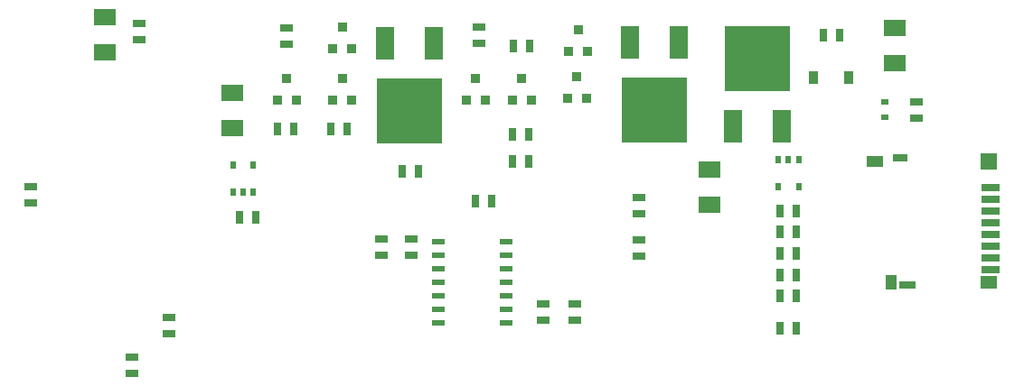
<source format=gtp>
G04 #@! TF.FileFunction,Paste,Top*
%FSLAX46Y46*%
G04 Gerber Fmt 4.6, Leading zero omitted, Abs format (unit mm)*
G04 Created by KiCad (PCBNEW 4.0.7-e2-6376~58~ubuntu14.04.1) date Thu Jan 18 16:09:12 2018*
%MOMM*%
%LPD*%
G01*
G04 APERTURE LIST*
%ADD10C,0.100000*%
%ADD11R,1.143000X0.635000*%
%ADD12R,2.032000X1.524000*%
%ADD13R,0.910000X1.220000*%
%ADD14R,0.700000X0.600000*%
%ADD15R,0.914400X0.914400*%
%ADD16R,1.651000X3.048000*%
%ADD17R,6.096000X6.096000*%
%ADD18R,0.635000X1.143000*%
%ADD19R,0.508000X0.762000*%
%ADD20R,1.143000X0.508000*%
%ADD21R,1.000000X1.450000*%
%ADD22R,1.500000X0.800000*%
%ADD23R,1.550000X1.000000*%
%ADD24R,1.500000X1.300000*%
%ADD25R,1.500000X1.500000*%
%ADD26R,1.400000X0.800000*%
%ADD27R,1.800000X0.700000*%
G04 APERTURE END LIST*
D10*
D11*
X79200000Y-65938000D03*
X79200000Y-67462000D03*
D12*
X76000000Y-65349000D03*
X76000000Y-68651000D03*
X150000000Y-69651000D03*
X150000000Y-66349000D03*
X132600000Y-82951000D03*
X132600000Y-79649000D03*
D13*
X145635000Y-71000000D03*
X142365000Y-71000000D03*
D14*
X149000000Y-74700000D03*
X149000000Y-73300000D03*
D15*
X93889000Y-73116000D03*
X92111000Y-73116000D03*
X93000000Y-71084000D03*
X99089000Y-68316000D03*
X97311000Y-68316000D03*
X98200000Y-66284000D03*
X99089000Y-73116000D03*
X97311000Y-73116000D03*
X98200000Y-71084000D03*
D16*
X106786000Y-67800000D03*
D17*
X104500000Y-74150000D03*
D16*
X102214000Y-67800000D03*
D15*
X115889000Y-73116000D03*
X114111000Y-73116000D03*
X115000000Y-71084000D03*
X111589000Y-73116000D03*
X109811000Y-73116000D03*
X110700000Y-71084000D03*
X121189000Y-68516000D03*
X119411000Y-68516000D03*
X120300000Y-66484000D03*
X121089000Y-72916000D03*
X119311000Y-72916000D03*
X120200000Y-70884000D03*
D16*
X129686000Y-67700000D03*
D17*
X127400000Y-74050000D03*
D16*
X125114000Y-67700000D03*
D18*
X97138000Y-75800000D03*
X98662000Y-75800000D03*
X115662000Y-78900000D03*
X114138000Y-78900000D03*
D11*
X104700000Y-86138000D03*
X104700000Y-87662000D03*
X101900000Y-87662000D03*
X101900000Y-86138000D03*
D18*
X92138000Y-75800000D03*
X93662000Y-75800000D03*
X114138000Y-76300000D03*
X115662000Y-76300000D03*
X105362000Y-79800000D03*
X103838000Y-79800000D03*
D11*
X93000000Y-66338000D03*
X93000000Y-67862000D03*
D18*
X110638000Y-82600000D03*
X112162000Y-82600000D03*
X139238000Y-83500000D03*
X140762000Y-83500000D03*
X139238000Y-87500000D03*
X140762000Y-87500000D03*
X139238000Y-89500000D03*
X140762000Y-89500000D03*
X139238000Y-85500000D03*
X140762000Y-85500000D03*
X139238000Y-91500000D03*
X140762000Y-91500000D03*
D11*
X78500000Y-97238000D03*
X78500000Y-98762000D03*
X111000000Y-66238000D03*
X111000000Y-67762000D03*
D18*
X115762000Y-68000000D03*
X114238000Y-68000000D03*
D11*
X82000000Y-93538000D03*
X82000000Y-95062000D03*
X69000000Y-82762000D03*
X69000000Y-81238000D03*
X117000000Y-93762000D03*
X117000000Y-92238000D03*
D16*
X134814000Y-75600000D03*
D17*
X137100000Y-69250000D03*
D16*
X139386000Y-75600000D03*
D19*
X140952500Y-78730000D03*
X139047500Y-78730000D03*
X140952500Y-81270000D03*
X140000000Y-78730000D03*
X139047500Y-81270000D03*
D11*
X120000000Y-92238000D03*
X120000000Y-93762000D03*
D18*
X143238000Y-67000000D03*
X144762000Y-67000000D03*
D11*
X152000000Y-73238000D03*
X152000000Y-74762000D03*
X126000000Y-82238000D03*
X126000000Y-83762000D03*
X126000000Y-86238000D03*
X126000000Y-87762000D03*
D20*
X107188000Y-86360000D03*
X107188000Y-87630000D03*
X107188000Y-88900000D03*
X107188000Y-90170000D03*
X107188000Y-91440000D03*
X107188000Y-92710000D03*
X107188000Y-93980000D03*
X113538000Y-93980000D03*
X113538000Y-92710000D03*
X113538000Y-90170000D03*
X113538000Y-88900000D03*
X113538000Y-87630000D03*
X113538000Y-86360000D03*
X113538000Y-91440000D03*
D21*
X149650000Y-90200000D03*
D22*
X151150000Y-90500000D03*
D23*
X148075000Y-78900000D03*
D24*
X158750000Y-90200000D03*
D25*
X158750000Y-78850000D03*
D26*
X150500000Y-78500000D03*
D27*
X158900000Y-87900000D03*
X158900000Y-89000000D03*
X158900000Y-86800000D03*
X158900000Y-85700000D03*
X158900000Y-84600000D03*
X158900000Y-81300000D03*
X158900000Y-82400000D03*
X158900000Y-83500000D03*
D18*
X139238000Y-94500000D03*
X140762000Y-94500000D03*
D12*
X87900000Y-75751000D03*
X87900000Y-72449000D03*
D18*
X90062000Y-84100000D03*
X88538000Y-84100000D03*
D19*
X87947500Y-81770000D03*
X89852500Y-81770000D03*
X87947500Y-79230000D03*
X88900000Y-81770000D03*
X89852500Y-79230000D03*
M02*

</source>
